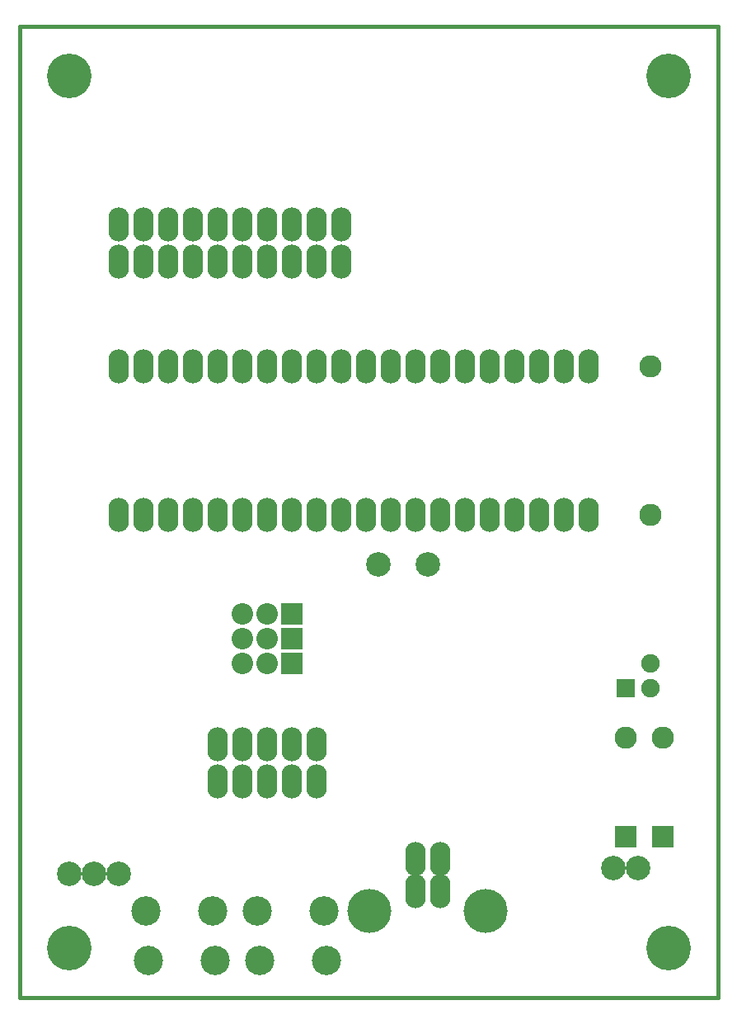
<source format=gts>
G04 #@! TF.FileFunction,Soldermask,Top*
%FSLAX46Y46*%
G04 Gerber Fmt 4.6, Leading zero omitted, Abs format (unit mm)*
G04 Created by KiCad (PCBNEW 4.0.5+dfsg1-4) date Wed May 24 13:42:23 2017*
%MOMM*%
%LPD*%
G01*
G04 APERTURE LIST*
%ADD10C,0.150000*%
%ADD11C,0.381000*%
%ADD12O,2.108200X3.507740*%
%ADD13C,4.508500*%
%ADD14C,2.506980*%
%ADD15R,2.207260X2.207260*%
%ADD16C,2.207260*%
%ADD17C,2.286000*%
%ADD18R,2.286000X2.286000*%
%ADD19R,1.905000X1.905000*%
%ADD20C,1.905000*%
%ADD21C,4.572000*%
%ADD22C,3.007360*%
G04 APERTURE END LIST*
D10*
D11*
X91440000Y-139700000D02*
X163195000Y-139700000D01*
X91440000Y-40005000D02*
X163195000Y-40005000D01*
X163195000Y-139700000D02*
X163195000Y-40005000D01*
X91440000Y-139700000D02*
X91440000Y-40005000D01*
D12*
X134620000Y-125460760D03*
X132080000Y-125460760D03*
X132080000Y-128760220D03*
X134620000Y-128760220D03*
D13*
X139349480Y-130810000D03*
X127350520Y-130810000D03*
D14*
X133350000Y-95250000D03*
X128270000Y-95250000D03*
D12*
X111760000Y-117490240D03*
X111760000Y-113649760D03*
X114300000Y-117490240D03*
X114300000Y-113649760D03*
X116840000Y-117490240D03*
X116840000Y-113649760D03*
X119380000Y-117490240D03*
X119380000Y-113649760D03*
X121920000Y-117490240D03*
X121920000Y-113649760D03*
X124460000Y-60309760D03*
X124460000Y-64150240D03*
X121920000Y-60309760D03*
X121920000Y-64150240D03*
X119380000Y-60309760D03*
X119380000Y-64150240D03*
X116840000Y-60309760D03*
X116840000Y-64150240D03*
X114300000Y-60309760D03*
X114300000Y-64150240D03*
X111760000Y-60309760D03*
X111760000Y-64150240D03*
X109220000Y-60309760D03*
X109220000Y-64150240D03*
X106680000Y-60309760D03*
X106680000Y-64150240D03*
X104140000Y-60309760D03*
X104140000Y-64150240D03*
X101600000Y-60309760D03*
X101600000Y-64150240D03*
D14*
X154940000Y-126365000D03*
X152400000Y-126365000D03*
X96520000Y-127000000D03*
X99060000Y-127000000D03*
X101600000Y-127000000D03*
D15*
X119380000Y-102870000D03*
D16*
X116840000Y-102870000D03*
X114300000Y-102870000D03*
D15*
X119380000Y-105410000D03*
D16*
X116840000Y-105410000D03*
X114300000Y-105410000D03*
D15*
X119380000Y-100330000D03*
D16*
X116840000Y-100330000D03*
X114300000Y-100330000D03*
D12*
X101600000Y-90170000D03*
X104140000Y-90170000D03*
X106680000Y-90170000D03*
X109220000Y-90170000D03*
X111760000Y-90170000D03*
X114300000Y-90170000D03*
X116840000Y-90170000D03*
X119380000Y-90170000D03*
X121920000Y-90170000D03*
X124460000Y-90170000D03*
X127000000Y-90170000D03*
X129540000Y-90170000D03*
X132080000Y-90170000D03*
X134620000Y-90170000D03*
X137160000Y-90170000D03*
X139700000Y-90170000D03*
X142240000Y-90170000D03*
X144780000Y-90170000D03*
X147320000Y-90170000D03*
X149860000Y-90170000D03*
X149860000Y-74930000D03*
X147320000Y-74930000D03*
X144780000Y-74930000D03*
X142240000Y-74930000D03*
X139700000Y-74930000D03*
X137160000Y-74930000D03*
X134620000Y-74930000D03*
X132080000Y-74930000D03*
X129540000Y-74930000D03*
X127000000Y-74930000D03*
X124460000Y-74930000D03*
X121920000Y-74930000D03*
X119380000Y-74930000D03*
X116840000Y-74930000D03*
X114300000Y-74930000D03*
X111760000Y-74930000D03*
X109220000Y-74930000D03*
X106680000Y-74930000D03*
X104140000Y-74930000D03*
X101600000Y-74930000D03*
D17*
X157480000Y-113030000D03*
D18*
X157480000Y-123190000D03*
D17*
X153670000Y-113030000D03*
D18*
X153670000Y-123190000D03*
D17*
X156210000Y-74930000D03*
X156210000Y-90170000D03*
D19*
X153670000Y-107950000D03*
D20*
X156210000Y-107950000D03*
X156210000Y-105410000D03*
D21*
X96520000Y-134620000D03*
X158115000Y-134620000D03*
X158115000Y-45085000D03*
X96520000Y-45085000D03*
D22*
X116078000Y-135890000D03*
X115824000Y-130810000D03*
X122936000Y-135890000D03*
X122682000Y-130810000D03*
X104648000Y-135890000D03*
X104394000Y-130810000D03*
X111506000Y-135890000D03*
X111252000Y-130810000D03*
M02*

</source>
